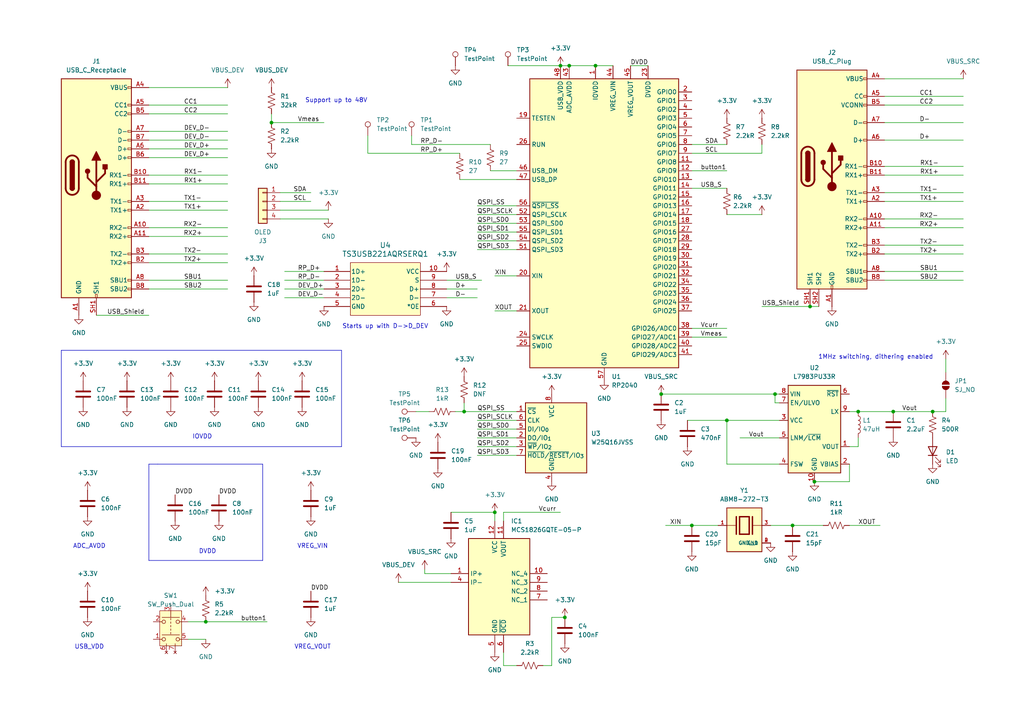
<source format=kicad_sch>
(kicad_sch (version 20250114) (generator "eeschema") (generator_version "9.0")
  (paper "A4")
  (text "USB_VDD\n" (at 25.908 187.706 0) (effects (font (size 1.27 1.27))))
  (text "Starts up with D->D_DEV" (at 111.76 94.742 0) (effects (font (size 1.27 1.27))))
  (text "ADC_AVDD\n" (at 25.908 158.496 0) (effects (font (size 1.27 1.27))))
  (text "1MHz switching, dithering enabled" (at 254 103.632 0) (effects (font (size 1.27 1.27))))
  (text "VREG_VOUT\n" (at 90.678 187.706 0) (effects (font (size 1.27 1.27))))
  (text "VREG_VIN\n" (at 90.678 158.496 0) (effects (font (size 1.27 1.27))))
  (text "Support up to 48V" (at 97.536 29.21 0) (effects (font (size 1.27 1.27))))
  (text "DVDD\n" (at 60.198 160.02 0) (effects (font (size 1.27 1.27))))
  (text "IOVDD" (at 58.674 126.746 0) (effects (font (size 1.27 1.27))))
  (junction (at 143.51 148.59))
  (junction (at 134.62 119.38))
  (junction (at 234.95 88.9))
  (junction (at 172.72 19.05))
  (junction (at 200.66 152.4))
  (junction (at 229.87 152.4))
  (junction (at 248.92 119.38))
  (junction (at 191.77 114.3))
  (junction (at 78.74 35.56))
  (junction (at 165.1 19.05))
  (junction (at 259.08 119.38))
  (junction (at 210.82 121.92))
  (junction (at 270.51 119.38))
  (junction (at 59.69 180.34))
  (junction (at 224.79 114.3))
  (junction (at 236.22 139.7))
  (junction (at 162.56 19.05))
  (junction (at 163.83 179.07))
  (wire (pts (xy 256.54 40.64) (xy 279.4 40.64)))
  (wire (pts (xy 106.68 39.37) (xy 106.68 44.45)))
  (wire (pts (xy 82.55 81.28) (xy 93.98 81.28)))
  (wire (pts (xy 138.43 127) (xy 149.86 127)))
  (wire (pts (xy 43.18 66.04) (xy 66.04 66.04)))
  (wire (pts (xy 134.62 119.38) (xy 149.86 119.38)))
  (wire (pts (xy 129.54 83.82) (xy 138.43 83.82)))
  (wire (pts (xy 81.28 58.42) (xy 90.17 58.42)))
  (wire (pts (xy 138.43 72.39) (xy 149.86 72.39)))
  (polyline (pts (xy 43.18 134.62) (xy 45.72 134.62)))
  (wire (pts (xy 43.18 38.1) (xy 66.04 38.1)))
  (wire (pts (xy 43.18 25.4) (xy 66.04 25.4)))
  (wire (pts (xy 138.43 62.23) (xy 149.86 62.23)))
  (wire (pts (xy 119.38 39.37) (xy 119.38 41.91)))
  (wire (pts (xy 160.02 179.07) (xy 160.02 193.04)))
  (wire (pts (xy 246.38 134.62) (xy 246.38 139.7)))
  (wire (pts (xy 138.43 129.54) (xy 149.86 129.54)))
  (polyline (pts (xy 17.78 101.6) (xy 17.78 129.54)))
  (polyline (pts (xy 45.72 134.62) (xy 76.2 134.62)))
  (wire (pts (xy 191.77 114.3) (xy 224.79 114.3)))
  (wire (pts (xy 138.43 69.85) (xy 149.86 69.85)))
  (wire (pts (xy 200.66 54.61) (xy 210.82 54.61)))
  (wire (pts (xy 43.18 45.72) (xy 66.04 45.72)))
  (wire (pts (xy 256.54 35.56) (xy 279.4 35.56)))
  (wire (pts (xy 43.18 43.18) (xy 66.04 43.18)))
  (wire (pts (xy 115.57 168.91) (xy 130.81 168.91)))
  (wire (pts (xy 200.66 97.79) (xy 210.82 97.79)))
  (wire (pts (xy 182.88 19.05) (xy 187.96 19.05)))
  (wire (pts (xy 43.18 76.2) (xy 66.04 76.2)))
  (wire (pts (xy 129.54 81.28) (xy 139.7 81.28)))
  (wire (pts (xy 256.54 48.26) (xy 279.4 48.26)))
  (polyline (pts (xy 76.2 134.62) (xy 76.2 162.56)))
  (wire (pts (xy 200.66 44.45) (xy 220.98 44.45)))
  (wire (pts (xy 256.54 73.66) (xy 279.4 73.66)))
  (wire (pts (xy 165.1 19.05) (xy 172.72 19.05)))
  (wire (pts (xy 59.69 180.34) (xy 77.47 180.34)))
  (wire (pts (xy 274.32 119.38) (xy 270.51 119.38)))
  (wire (pts (xy 78.74 33.02) (xy 78.74 35.56)))
  (wire (pts (xy 142.24 49.53) (xy 149.86 49.53)))
  (wire (pts (xy 120.65 119.38) (xy 124.46 119.38)))
  (wire (pts (xy 43.18 60.96) (xy 66.04 60.96)))
  (wire (pts (xy 160.02 179.07) (xy 163.83 179.07)))
  (wire (pts (xy 81.28 63.5) (xy 95.25 63.5)))
  (wire (pts (xy 82.55 78.74) (xy 93.98 78.74)))
  (wire (pts (xy 106.68 44.45) (xy 133.35 44.45)))
  (wire (pts (xy 132.08 119.38) (xy 134.62 119.38)))
  (wire (pts (xy 199.39 121.92) (xy 210.82 121.92)))
  (wire (pts (xy 138.43 64.77) (xy 149.86 64.77)))
  (wire (pts (xy 172.72 19.05) (xy 177.8 19.05)))
  (wire (pts (xy 143.51 90.17) (xy 149.86 90.17)))
  (wire (pts (xy 248.92 119.38) (xy 259.08 119.38)))
  (wire (pts (xy 220.98 88.9) (xy 234.95 88.9)))
  (wire (pts (xy 234.95 88.9) (xy 237.49 88.9)))
  (wire (pts (xy 256.54 27.94) (xy 279.4 27.94)))
  (wire (pts (xy 220.98 44.45) (xy 220.98 41.91)))
  (polyline (pts (xy 76.2 162.56) (xy 43.18 162.56)))
  (wire (pts (xy 138.43 67.31) (xy 149.86 67.31)))
  (wire (pts (xy 146.05 148.59) (xy 162.56 148.59)))
  (wire (pts (xy 256.54 71.12) (xy 279.4 71.12)))
  (wire (pts (xy 43.18 40.64) (xy 66.04 40.64)))
  (polyline (pts (xy 43.18 162.56) (xy 43.18 134.62)))
  (wire (pts (xy 43.18 53.34) (xy 66.04 53.34)))
  (wire (pts (xy 43.18 50.8) (xy 66.04 50.8)))
  (wire (pts (xy 81.28 60.96) (xy 95.25 60.96)))
  (wire (pts (xy 82.55 86.36) (xy 93.98 86.36)))
  (wire (pts (xy 54.61 180.34) (xy 59.69 180.34)))
  (wire (pts (xy 138.43 59.69) (xy 149.86 59.69)))
  (wire (pts (xy 256.54 30.48) (xy 279.4 30.48)))
  (wire (pts (xy 43.18 73.66) (xy 66.04 73.66)))
  (wire (pts (xy 256.54 55.88) (xy 279.4 55.88)))
  (wire (pts (xy 146.05 151.13) (xy 146.05 148.59)))
  (wire (pts (xy 200.66 49.53) (xy 210.82 49.53)))
  (wire (pts (xy 43.18 68.58) (xy 66.04 68.58)))
  (wire (pts (xy 210.82 121.92) (xy 226.06 121.92)))
  (wire (pts (xy 256.54 81.28) (xy 279.4 81.28)))
  (wire (pts (xy 133.35 52.07) (xy 149.86 52.07)))
  (wire (pts (xy 43.18 30.48) (xy 66.04 30.48)))
  (wire (pts (xy 146.05 193.04) (xy 149.86 193.04)))
  (wire (pts (xy 226.06 116.84) (xy 224.79 116.84)))
  (wire (pts (xy 256.54 58.42) (xy 279.4 58.42)))
  (wire (pts (xy 226.06 134.62) (xy 210.82 134.62)))
  (wire (pts (xy 246.38 129.54) (xy 248.92 129.54)))
  (wire (pts (xy 138.43 121.92) (xy 149.86 121.92)))
  (wire (pts (xy 143.51 148.59) (xy 143.51 151.13)))
  (wire (pts (xy 43.18 33.02) (xy 66.04 33.02)))
  (wire (pts (xy 130.81 148.59) (xy 143.51 148.59)))
  (wire (pts (xy 138.43 124.46) (xy 149.86 124.46)))
  (wire (pts (xy 27.94 91.44) (xy 43.18 91.44)))
  (wire (pts (xy 274.32 104.14) (xy 274.32 107.95)))
  (wire (pts (xy 43.18 81.28) (xy 66.04 81.28)))
  (wire (pts (xy 270.51 119.38) (xy 259.08 119.38)))
  (wire (pts (xy 54.61 185.42) (xy 59.69 185.42)))
  (wire (pts (xy 248.92 129.54) (xy 248.92 127)))
  (wire (pts (xy 236.22 139.7) (xy 246.38 139.7)))
  (wire (pts (xy 274.32 115.57) (xy 274.32 119.38)))
  (wire (pts (xy 224.79 116.84) (xy 224.79 114.3)))
  (wire (pts (xy 82.55 83.82) (xy 93.98 83.82)))
  (wire (pts (xy 129.54 86.36) (xy 138.43 86.36)))
  (wire (pts (xy 81.28 55.88) (xy 90.17 55.88)))
  (wire (pts (xy 229.87 152.4) (xy 238.76 152.4)))
  (wire (pts (xy 223.52 152.4) (xy 229.87 152.4)))
  (wire (pts (xy 147.32 19.05) (xy 162.56 19.05)))
  (wire (pts (xy 43.18 83.82) (xy 66.04 83.82)))
  (polyline (pts (xy 17.78 101.6) (xy 99.06 101.6)))
  (wire (pts (xy 78.74 35.56) (xy 93.98 35.56)))
  (wire (pts (xy 123.19 165.1) (xy 123.19 166.37)))
  (wire (pts (xy 200.66 41.91) (xy 210.82 41.91)))
  (wire (pts (xy 200.66 95.25) (xy 210.82 95.25)))
  (wire (pts (xy 119.38 41.91) (xy 142.24 41.91)))
  (wire (pts (xy 146.05 189.23) (xy 146.05 193.04)))
  (wire (pts (xy 256.54 78.74) (xy 279.4 78.74)))
  (wire (pts (xy 256.54 63.5) (xy 279.4 63.5)))
  (wire (pts (xy 162.56 19.05) (xy 165.1 19.05)))
  (wire (pts (xy 256.54 22.86) (xy 279.4 22.86)))
  (wire (pts (xy 143.51 80.01) (xy 149.86 80.01)))
  (wire (pts (xy 224.79 114.3) (xy 226.06 114.3)))
  (wire (pts (xy 210.82 121.92) (xy 210.82 134.62)))
  (wire (pts (xy 193.04 152.4) (xy 200.66 152.4)))
  (wire (pts (xy 160.02 193.04) (xy 157.48 193.04)))
  (wire (pts (xy 200.66 152.4) (xy 208.28 152.4)))
  (wire (pts (xy 256.54 50.8) (xy 279.4 50.8)))
  (polyline (pts (xy 99.06 129.54) (xy 17.78 129.54)))
  (polyline (pts (xy 99.06 101.6) (xy 99.06 129.54)))
  (wire (pts (xy 246.38 152.4) (xy 255.27 152.4)))
  (wire (pts (xy 43.18 58.42) (xy 66.04 58.42)))
  (wire (pts (xy 246.38 119.38) (xy 248.92 119.38)))
  (wire (pts (xy 138.43 132.08) (xy 149.86 132.08)))
  (wire (pts (xy 134.62 116.84) (xy 134.62 119.38)))
  (wire (pts (xy 214.63 127) (xy 226.06 127)))
  (wire (pts (xy 210.82 62.23) (xy 220.98 62.23)))
  (wire (pts (xy 256.54 66.04) (xy 279.4 66.04)))
  (wire (pts (xy 123.19 166.37) (xy 130.81 166.37)))
  (label "SDA" (at 85.09 55.88 0))
  (label "TX2-" (at 53.3231 73.66 0))
  (label "TX1+" (at 53.34 60.96 0))
  (label "RP_D+" (at 121.92 44.45 0))
  (label "XOUT" (at 143.51 90.17 0))
  (label "RX2+" (at 266.7 66.04 0))
  (label "SBU2" (at 53.34 83.82 0))
  (label "SBU1" (at 53.34 81.28 0))
  (label "TX1-" (at 53.34 58.42 0))
  (label "SBU1" (at 266.8185 78.74 0))
  (label "DVDD" (at 182.88 19.05 0))
  (label "XIN" (at 143.51 80.01 0))
  (label "DVDD" (at 63.5 143.51 0))
  (label "QSPI_SD1" (at 138.43 127 0))
  (label "DVDD" (at 50.8 143.51 0))
  (label "D+" (at 132.08 83.82 0))
  (label "QSPI_SD0" (at 138.43 64.77 0))
  (label "DEV_D+" (at 53.34 45.72 0))
  (label "Vmeas" (at 203.2 97.79 0))
  (label "XIN" (at 194.31 152.4 0))
  (label "SCL" (at 85.09 58.42 0))
  (label "QSPI_SD2" (at 138.43 129.54 0))
  (label "QSPI_SCLK" (at 138.43 62.23 0))
  (label "QSPI_SD2" (at 138.43 69.85 0))
  (label "CC2" (at 266.7 30.48 0))
  (label "Vmeas" (at 86.36 35.56 0))
  (label "Vcurr" (at 156.21 148.59 0))
  (label "Vout" (at 261.62 119.38 0))
  (label "TX1-" (at 266.8185 55.88 0))
  (label "TX2+" (at 53.3231 76.2 0))
  (label "RX2-" (at 266.7 63.5 0))
  (label "RX2-" (at 53.2215 66.04 0))
  (label "XOUT" (at 248.92 152.4 0))
  (label "QSPI_SD3" (at 138.43 132.08 0))
  (label "RX2+" (at 53.2215 68.58 0))
  (label "USB_Shield" (at 41.91 91.44 180))
  (label "button1" (at 69.85 180.34 0))
  (label "CC1" (at 53.34 30.48 0))
  (label "QSPI_SD1" (at 138.43 67.31 0))
  (label "DVDD" (at 90.17 171.45 0))
  (label "QSPI_SS" (at 138.43 59.69 0))
  (label "D-" (at 266.7 35.56 0))
  (label "D+" (at 266.7 40.64 0))
  (label "QSPI_SD0" (at 138.43 124.46 0))
  (label "QSPI_SCLK" (at 138.43 121.92 0))
  (label "DEV_D-" (at 86.36 86.36 0))
  (label "Vcurr" (at 203.2 95.25 0))
  (label "USB_Shield" (at 220.98 88.9 0))
  (label "button1" (at 203.2 49.53 0))
  (label "SBU2" (at 266.8185 81.28 0))
  (label "RX1-" (at 53.34 50.8 0))
  (label "RX1+" (at 53.34 53.34 0))
  (label "TX1+" (at 266.8185 58.42 0))
  (label "CC1" (at 266.7 27.94 0))
  (label "USB_S" (at 132.08 81.28 0))
  (label "USB_S" (at 203.2 54.61 0))
  (label "RX1-" (at 266.8185 48.26 0))
  (label "RX1+" (at 266.8185 50.8 0))
  (label "Vout" (at 217.17 127 0))
  (label "QSPI_SD3" (at 138.43 72.39 0))
  (label "TX2+" (at 266.8016 73.66 0))
  (label "D-" (at 132.08 86.36 0))
  (label "QSPI_SS" (at 138.43 119.38 0))
  (label "SDA" (at 204.47 41.91 0))
  (label "RP_D-" (at 121.92 41.91 0))
  (label "CC2" (at 53.34 33.02 0))
  (label "DEV_D-" (at 53.34 40.64 0))
  (label "DEV_D-" (at 53.34 38.1 0))
  (label "DEV_D+" (at 53.34 43.18 0))
  (label "DEV_D+" (at 86.36 83.82 0))
  (label "RP_D+" (at 86.36 78.74 0))
  (label "TX2-" (at 266.8016 71.12 0))
  (label "SCL" (at 204.47 44.45 0))
  (label "RP_D-" (at 86.36 81.28 0))
  (symbol (lib_id "Device:C") (at 87.63 114.3 0) (unit 1)
    (property "Reference" "C15" (at 91.44 113.0299 0) (effects (justify left)))
    (property "Value" "100nF" (at 91.44 115.5699 0) (effects (justify left)))
    (property "Footprint" "Capacitor_SMD:C_0603_1608Metric" (effects (hide yes)))
    (property "Description" "Unpolarized capacitor" (effects (hide yes)))
    (property "Manufacturer_Name" "YAGEO" (effects (hide yes)))
    (property "Manufacturer_Part_Number" "CC0603ZRY5V8BB104 " (effects (hide yes)))
    (property "Mouser Part Number" "603-C0603ZRY5V8BB104 " (effects (hide yes)))
  )
  (symbol (lib_id "power:+3.3V") (at 134.62 109.22 0) (unit 1)
    (property "Reference" "#PWR064" (effects (hide yes)))
    (property "Value" "+3.3V" (at 134.62 104.14 0))
    (property "Description" "Power symbol creates a global label with name \"+3.3V\"" (effects (hide yes)))
  )
  (symbol (lib_id "power:GND") (at 78.74 43.18 0) (unit 1)
    (property "Reference" "#PWR019" (effects (hide yes)))
    (property "Value" "GND" (at 78.74 48.26 0))
    (property "Description" "Power symbol creates a global label with name \"GND\" , ground" (effects (hide yes)))
  )
  (symbol (lib_id "power:VBUS") (at 78.74 25.4 0) (unit 1)
    (property "Reference" "#PWR020" (effects (hide yes)))
    (property "Value" "VBUS_DEV" (at 78.74 20.32 0))
    (property "Description" "Power symbol creates a global label with name \"VBUS\"" (effects (hide yes)))
  )
  (symbol (lib_id "Device:C") (at 36.83 114.3 0) (unit 1)
    (property "Reference" "C13" (at 40.64 113.0299 0) (effects (justify left)))
    (property "Value" "100nF" (at 40.64 115.5699 0) (effects (justify left)))
    (property "Footprint" "Capacitor_SMD:C_0603_1608Metric" (effects (hide yes)))
    (property "Description" "Unpolarized capacitor" (effects (hide yes)))
    (property "Manufacturer_Name" "YAGEO" (effects (hide yes)))
    (property "Manufacturer_Part_Number" "CC0603ZRY5V8BB104 " (effects (hide yes)))
    (property "Mouser Part Number" "603-C0603ZRY5V8BB104 " (effects (hide yes)))
  )
  (symbol (lib_id "Device:C") (at 49.53 114.3 0) (unit 1)
    (property "Reference" "C12" (at 53.34 113.0299 0) (effects (justify left)))
    (property "Value" "100nF" (at 53.34 115.5699 0) (effects (justify left)))
    (property "Footprint" "Capacitor_SMD:C_0603_1608Metric" (effects (hide yes)))
    (property "Description" "Unpolarized capacitor" (effects (hide yes)))
    (property "Manufacturer_Name" "YAGEO" (effects (hide yes)))
    (property "Manufacturer_Part_Number" "CC0603ZRY5V8BB104 " (effects (hide yes)))
    (property "Mouser Part Number" "603-C0603ZRY5V8BB104 " (effects (hide yes)))
  )
  (symbol (lib_id "power:GND") (at 175.26 110.49 0) (unit 1)
    (property "Reference" "#PWR022" (effects (hide yes)))
    (property "Value" "GND" (at 175.26 115.57 0))
    (property "Description" "Power symbol creates a global label with name \"GND\" , ground" (effects (hide yes)))
  )
  (symbol (lib_id "Device:C") (at 259.08 123.19 0) (unit 1)
    (property "Reference" "C1" (at 262.89 121.9199 0) (effects (justify left)))
    (property "Value" "2.2uF" (at 262.89 124.4599 0) (effects (justify left)))
    (property "Footprint" "Capacitor_SMD:C_0603_1608Metric" (effects (hide yes)))
    (property "Description" "Unpolarized capacitor" (effects (hide yes)))
    (property "Manufacturer_Name" "Kyocera AVX" (effects (hide yes)))
    (property "Manufacturer_Part_Number" "KGM15BR50J225KT " (effects (hide yes)))
    (property "Mouser Part Number" "581-KGM15BR50J225KT" (effects (hide yes)))
  )
  (symbol (lib_id "power:GND") (at 25.4 149.86 0) (unit 1)
    (property "Reference" "#PWR028" (effects (hide yes)))
    (property "Value" "GND" (at 25.4 154.94 0))
    (property "Description" "Power symbol creates a global label with name \"GND\" , ground" (effects (hide yes)))
  )
  (symbol (lib_id "power:GND") (at 241.3 88.9 0) (unit 1)
    (property "Reference" "#PWR04" (effects (hide yes)))
    (property "Value" "GND" (at 241.3 93.98 0))
    (property "Description" "Power symbol creates a global label with name \"GND\" , ground" (effects (hide yes)))
  )
  (symbol (lib_id "Device:R_US") (at 220.98 38.1 0) (unit 1)
    (property "Reference" "R8" (at 223.52 36.8299 0) (effects (justify left)))
    (property "Value" "2.2kR" (at 223.52 39.3699 0) (effects (justify left)))
    (property "Footprint" "Capacitor_SMD:C_0603_1608Metric" (effects (hide yes)))
    (property "Description" "Resistor, US symbol" (effects (hide yes)))
    (property "Manufacturer_Name" "YAGEO" (effects (hide yes)))
    (property "Manufacturer_Part_Number" "RC0603FR-072K2L" (effects (hide yes)))
  )
  (symbol (lib_id "power:GND") (at 229.87 160.02 0) (unit 1)
    (property "Reference" "#PWR058" (effects (hide yes)))
    (property "Value" "GND" (at 229.87 165.1 0))
    (property "Description" "Power symbol creates a global label with name \"GND\" , ground" (effects (hide yes)))
  )
  (symbol (lib_id "Device:C") (at 90.17 175.26 0) (unit 1)
    (property "Reference" "C17" (at 93.98 173.9899 0) (effects (justify left)))
    (property "Value" "1uF" (at 93.98 176.5299 0) (effects (justify left)))
    (property "Footprint" "Capacitor_SMD:C_0603_1608Metric" (effects (hide yes)))
    (property "Description" "Unpolarized capacitor" (effects (hide yes)))
    (property "Manufacturer_Name" "YAGEO" (effects (hide yes)))
    (property "Manufacturer_Part_Number" "CC0603KRX5R8BB105 " (effects (hide yes)))
    (property "Mouser Part Number" "603-CC603KRX5R8BB105 " (effects (hide yes)))
  )
  (symbol (lib_id "power:GND") (at 132.08 19.05 0) (unit 1)
    (property "Reference" "#PWR059" (effects (hide yes)))
    (property "Value" "GND" (at 132.08 24.13 0))
    (property "Description" "Power symbol creates a global label with name \"GND\" , ground" (effects (hide yes)))
  )
  (symbol (lib_id "Connector_Generic:Conn_01x04") (at 76.2 58.42 0) (mirror y) (unit 1) (in_bom no)
    (property "Reference" "J3" (at 76.2 69.85 0))
    (property "Value" "OLED" (at 76.2 67.31 0))
    (property "Footprint" "Connector_PinHeader_2.54mm:PinHeader_1x04_P2.54mm_Vertical" (effects (hide yes)))
    (property "Description" "Generic connector, single row, 01x04, script generated (kicad-library-utils/schlib/autogen/connector/)" (effects (hide yes)))
  )
  (symbol (lib_id "power:GND") (at 90.17 179.07 0) (unit 1)
    (property "Reference" "#PWR050" (effects (hide yes)))
    (property "Value" "GND" (at 90.17 184.15 0))
    (property "Description" "Power symbol creates a global label with name \"GND\" , ground" (effects (hide yes)))
  )
  (symbol (lib_id "power:GND") (at 120.65 127 0) (unit 1)
    (property "Reference" "#PWR065" (effects (hide yes)))
    (property "Value" "GND" (at 120.65 132.08 0))
    (property "Description" "Power symbol creates a global label with name \"GND\" , ground" (effects (hide yes)))
  )
  (symbol (lib_id "Connector:TestPoint") (at 120.65 127 90) (unit 1) (in_bom no)
    (property "Reference" "TP6" (at 117.348 121.92 90))
    (property "Value" "TestPoint" (at 117.348 124.46 90))
    (property "Footprint" "TestPoint:TestPoint_Pad_1.0x1.0mm" (effects (hide yes)))
    (property "Description" "test point" (effects (hide yes)))
  )
  (symbol (lib_id "power:+3.3V") (at 90.17 142.24 0) (unit 1)
    (property "Reference" "#PWR033" (effects (hide yes)))
    (property "Value" "+3.3V" (at 90.17 137.16 0))
    (property "Description" "Power symbol creates a global label with name \"+3.3V\"" (effects (hide yes)))
  )
  (symbol (lib_id "Connector:TestPoint") (at 132.08 19.05 0) (unit 1) (in_bom no)
    (property "Reference" "TP4" (at 134.62 14.4779 0) (effects (justify left)))
    (property "Value" "TestPoint" (at 134.62 17.0179 0) (effects (justify left)))
    (property "Footprint" "TestPoint:TestPoint_Pad_D2.0mm" (effects (hide yes)))
    (property "Description" "test point" (effects (hide yes)))
  )
  (symbol (lib_id "power:+3.3V") (at 59.69 172.72 0) (unit 1)
    (property "Reference" "#PWR052" (effects (hide yes)))
    (property "Value" "+3.3V" (at 62.23 171.4499 0) (effects (justify left)))
    (property "Description" "Power symbol creates a global label with name \"+3.3V\"" (effects (hide yes)))
  )
  (symbol (lib_id "Device:C") (at 191.77 118.11 0) (unit 1)
    (property "Reference" "C2" (at 195.58 116.8399 0) (effects (justify left)))
    (property "Value" "1uF" (at 195.58 119.3799 0) (effects (justify left)))
    (property "Footprint" "Capacitor_SMD:C_0603_1608Metric" (effects (hide yes)))
    (property "Description" "Unpolarized capacitor" (effects (hide yes)))
    (property "Manufacturer_Name" "TDK" (effects (hide yes)))
    (property "Manufacturer_Part_Number" "C1608X7R2A105K080AC " (effects (hide yes)))
    (property "Mouser Part Number" "810-C1608X7R2A105K08 " (effects (hide yes)))
  )
  (symbol (lib_id "Device:C") (at 200.66 156.21 0) (unit 1)
    (property "Reference" "C20" (at 204.47 154.9399 0) (effects (justify left)))
    (property "Value" "15pF" (at 204.47 157.4799 0) (effects (justify left)))
    (property "Description" "Unpolarized capacitor" (effects (hide yes)))
  )
  (symbol (lib_id "power:GND") (at 24.13 118.11 0) (unit 1)
    (property "Reference" "#PWR030" (effects (hide yes)))
    (property "Value" "GND" (at 24.13 123.19 0))
    (property "Description" "Power symbol creates a global label with name \"GND\" , ground" (effects (hide yes)))
  )
  (symbol (lib_id "power:GND") (at 160.02 139.7 0) (unit 1)
    (property "Reference" "#PWR026" (effects (hide yes)))
    (property "Value" "GND" (at 160.02 144.78 0))
    (property "Description" "Power symbol creates a global label with name \"GND\" , ground" (effects (hide yes)))
  )
  (symbol (lib_id "power:GND") (at 36.83 118.11 0) (unit 1)
    (property "Reference" "#PWR042" (effects (hide yes)))
    (property "Value" "GND" (at 36.83 123.19 0))
    (property "Description" "Power symbol creates a global label with name \"GND\" , ground" (effects (hide yes)))
  )
  (symbol (lib_id "MCU_RaspberryPi:RP2040") (at 175.26 64.77 0) (unit 1)
    (property "Reference" "U1" (at 177.4033 109.22 0) (effects (justify left)))
    (property "Value" "RP2040" (at 177.4033 111.76 0) (effects (justify left)))
    (property "Footprint" "Package_DFN_QFN:QFN-56-1EP_7x7mm_P0.4mm_EP3.2x3.2mm" (effects (hide yes)))
    (property "Datasheet" "https://datasheets.raspberrypi.com/rp2040/rp2040-datasheet.pdf" (effects (hide yes)))
    (property "Description" "A microcontroller by Raspberry Pi, Dual ARM Cortex-M0+, 133MHz, no flash, 264KB SRAM, 8 PIO state machines, VQFN-56" (effects (hide yes)))
    (property private "KLC_S4.2_DVDD" "Not a standalone power converter; internal on-chip voltage regulator for digital core supply; DVDD is the digital core power supply, should be placed next to voltage regulator output." (effects (hide yes)))
    (property private "KLC_S4.2_VREG_VOUT" "Should be placed next to DVDD." (effects (hide yes)))
    (property "Manufacturer_Name" "Raspberry Pi" (effects (hide yes)))
    (property "Manufacturer_Part_Number" "RP2040" (effects (hide yes)))
  )
  (symbol (lib_id "Device:C") (at 229.87 156.21 0) (unit 1)
    (property "Reference" "C21" (at 233.68 154.9399 0) (effects (justify left)))
    (property "Value" "15pF" (at 233.68 157.4799 0) (effects (justify left)))
    (property "Description" "Unpolarized capacitor" (effects (hide yes)))
  )
  (symbol (lib_id "power:+3.3V") (at 163.83 179.07 0) (unit 1)
    (property "Reference" "#PWR017" (effects (hide yes)))
    (property "Value" "+3.3V" (at 163.83 173.99 0))
    (property "Description" "Power symbol creates a global label with name \"+3.3V\"" (effects (hide yes)))
  )
  (symbol (lib_id "Device:C") (at 62.23 114.3 0) (unit 1)
    (property "Reference" "C11" (at 66.04 113.0299 0) (effects (justify left)))
    (property "Value" "100nF" (at 66.04 115.5699 0) (effects (justify left)))
    (property "Footprint" "Capacitor_SMD:C_0603_1608Metric" (effects (hide yes)))
    (property "Description" "Unpolarized capacitor" (effects (hide yes)))
    (property "Manufacturer_Name" "YAGEO" (effects (hide yes)))
    (property "Manufacturer_Part_Number" "CC0603ZRY5V8BB104 " (effects (hide yes)))
    (property "Mouser Part Number" "603-C0603ZRY5V8BB104 " (effects (hide yes)))
  )
  (symbol (lib_id "Switch:SW_Push_Dual") (at 49.53 182.88 0) (unit 1)
    (property "Reference" "SW1" (at 49.53 172.72 0))
    (property "Value" "SW_Push_Dual" (at 49.53 175.26 0))
    (property "Footprint" "KMS231GPLFS:SMT_231GPLFS" (effects (hide yes)))
    (property "Description" "Push button switch, generic, symbol, four pins" (effects (hide yes)))
    (property "Manufacturer_Name" "C&K" (effects (hide yes)))
    (property "Manufacturer_Part_Number" "KMS231GP LFS" (effects (hide yes)))
  )
  (symbol (lib_id "power:GND") (at 73.66 87.63 0) (unit 1)
    (property "Reference" "#PWR056" (effects (hide yes)))
    (property "Value" "GND" (at 73.66 92.71 0))
    (property "Description" "Power symbol creates a global label with name \"GND\" , ground" (effects (hide yes)))
  )
  (symbol (lib_id "power:GND") (at 270.51 134.62 0) (unit 1)
    (property "Reference" "#PWR051" (effects (hide yes)))
    (property "Value" "GND" (at 270.51 139.7 0))
    (property "Description" "Power symbol creates a global label with name \"GND\" , ground" (effects (hide yes)))
  )
  (symbol (lib_id "power:GND") (at 22.86 91.44 0) (unit 1)
    (property "Reference" "#PWR01" (effects (hide yes)))
    (property "Value" "GND" (at 22.86 96.52 0))
    (property "Description" "Power symbol creates a global label with name \"GND\" , ground" (effects (hide yes)))
  )
  (symbol (lib_id "Connector:TestPoint") (at 119.38 39.37 0) (unit 1) (in_bom no)
    (property "Reference" "TP1" (at 121.92 34.7979 0) (effects (justify left)))
    (property "Value" "TestPoint" (at 121.92 37.3379 0) (effects (justify left)))
    (property "Footprint" "TestPoint:TestPoint_Pad_D2.0mm" (effects (hide yes)))
    (property "Description" "test point" (effects (hide yes)))
  )
  (symbol (lib_id "power:+3.3V") (at 73.66 80.01 0) (unit 1)
    (property "Reference" "#PWR057" (effects (hide yes)))
    (property "Value" "+3.3V" (at 73.66 74.93 0))
    (property "Description" "Power symbol creates a global label with name \"+3.3V\"" (effects (hide yes)))
  )
  (symbol (lib_id "Device:R_US") (at 78.74 39.37 0) (unit 1)
    (property "Reference" "R2" (at 81.28 38.0999 0) (effects (justify left)))
    (property "Value" "2.2kR" (at 81.28 40.6399 0) (effects (justify left)))
    (property "Footprint" "Capacitor_SMD:C_0603_1608Metric" (effects (hide yes)))
    (property "Description" "Resistor, US symbol" (effects (hide yes)))
    (property "Manufacturer_Name" "YAGEO" (effects (hide yes)))
    (property "Manufacturer_Part_Number" "RC0603FR-072K2L" (effects (hide yes)))
  )
  (symbol (lib_id "Device:C") (at 73.66 83.82 0) (unit 1)
    (property "Reference" "C18" (at 77.47 82.5499 0) (effects (justify left)))
    (property "Value" "1uF" (at 77.47 85.0899 0) (effects (justify left)))
    (property "Footprint" "Capacitor_SMD:C_0603_1608Metric" (effects (hide yes)))
    (property "Description" "Unpolarized capacitor" (effects (hide yes)))
    (property "Manufacturer_Name" "YAGEO" (effects (hide yes)))
    (property "Manufacturer_Part_Number" "CC0603KRX5R8BB105 " (effects (hide yes)))
    (property "Mouser Part Number" "603-CC603KRX5R8BB105 " (effects (hide yes)))
  )
  (symbol (lib_id "Device:C") (at 74.93 114.3 0) (unit 1)
    (property "Reference" "C14" (at 78.74 113.0299 0) (effects (justify left)))
    (property "Value" "100nF" (at 78.74 115.5699 0) (effects (justify left)))
    (property "Footprint" "Capacitor_SMD:C_0603_1608Metric" (effects (hide yes)))
    (property "Description" "Unpolarized capacitor" (effects (hide yes)))
    (property "Manufacturer_Name" "YAGEO" (effects (hide yes)))
    (property "Manufacturer_Part_Number" "CC0603ZRY5V8BB104 " (effects (hide yes)))
    (property "Mouser Part Number" "603-C0603ZRY5V8BB104 " (effects (hide yes)))
  )
  (symbol (lib_id "Device:R_US") (at 142.24 45.72 180) (unit 1)
    (property "Reference" "R9" (at 144.78 44.4499 0) (effects (justify right)))
    (property "Value" "27" (at 144.78 46.9899 0) (effects (justify right)))
    (property "Description" "Resistor, US symbol" (effects (hide yes)))
  )
  (symbol (lib_id "power:VBUS") (at 191.77 114.3 0) (unit 1)
    (property "Reference" "#PWR013" (effects (hide yes)))
    (property "Value" "VBUS_SRC" (at 191.77 109.22 0))
    (property "Description" "Power symbol creates a global label with name \"VBUS\"" (effects (hide yes)))
  )
  (symbol (lib_id "power:GND") (at 259.08 127 0) (unit 1)
    (property "Reference" "#PWR07" (effects (hide yes)))
    (property "Value" "GND" (at 259.08 132.08 0))
    (property "Description" "Power symbol creates a global label with name \"GND\" , ground" (effects (hide yes)))
  )
  (symbol (lib_id "power:+3.3V") (at 25.4 171.45 0) (unit 1)
    (property "Reference" "#PWR035" (effects (hide yes)))
    (property "Value" "+3.3V" (at 25.4 166.37 0))
    (property "Description" "Power symbol creates a global label with name \"+3.3V\"" (effects (hide yes)))
  )
  (symbol (lib_id "power:+3.3V") (at 25.4 142.24 0) (unit 1)
    (property "Reference" "#PWR027" (effects (hide yes)))
    (property "Value" "+3.3V" (at 25.4 137.16 0))
    (property "Description" "Power symbol creates a global label with name \"+3.3V\"" (effects (hide yes)))
  )
  (symbol (lib_id "Regulator_Switching:L7983PU33R") (at 236.22 124.46 0) (unit 1)
    (property "Reference" "U2" (at 236.22 106.68 0))
    (property "Value" "L7983PU33R" (at 236.22 109.22 0))
    (property "Footprint" "Package_DFN_QFN:ST_DFN-10-1EP_3x3mm_P0.5mm_EP0.62x0.98mm" (effects (hide yes)))
    (property "Datasheet" "https://www.st.com/resource/en/datasheet/l7983.pdf" (effects (hide yes)))
    (property "Description" "3.5-60V input, 3.3V fixed output, 300 mA synchronous step-down switching regulator with 10 μA quiescent current, DFN-10" (effects (hide yes)))
    (property "Manufacturer_Name" "STMicroelectronics" (effects (hide yes)))
    (property "Manufacturer_Part_Number" "L7983PU33R" (effects (hide yes)))
    (property "Mouser Part Number" "511-L7983PU33R " (effects (hide yes)))
  )
  (symbol (lib_id "power:+3.3V") (at 160.02 114.3 0) (unit 1)
    (property "Reference" "#PWR049" (effects (hide yes)))
    (property "Value" "+3.3V" (at 160.02 109.22 0))
    (property "Description" "Power symbol creates a global label with name \"+3.3V\"" (effects (hide yes)))
  )
  (symbol (lib_id "Connector:USB_C_Receptacle") (at 27.94 50.8 0) (unit 1)
    (property "Reference" "J1" (at 27.94 17.78 0))
    (property "Value" "USB_C_Receptacle" (at 27.94 20.32 0))
    (property "Footprint" "USB4056-03-A:CONN24_4056-03-A_GCT" (effects (hide yes)))
    (property "Datasheet" "https://www.usb.org/sites/default/files/documents/usb_type-c.zip" (effects (hide yes)))
    (property "Description" "USB Full-Featured Type-C Receptacle connector" (effects (hide yes)))
    (property "Manufacturer_Name" "GCT" (effects (hide yes)))
    (property "Manufacturer_Part_Number" "USB4056-03-A" (effects (hide yes)))
    (property "Mouser Part Number" "640-USB4056-03-A" (effects (hide yes)))
  )
  (symbol (lib_id "power:GND") (at 199.39 129.54 0) (unit 1)
    (property "Reference" "#PWR024" (effects (hide yes)))
    (property "Value" "GND" (at 199.39 134.62 0))
    (property "Description" "Power symbol creates a global label with name \"GND\" , ground" (effects (hide yes)))
  )
  (symbol (lib_id "power:+3.3V") (at 220.98 34.29 0) (unit 1)
    (property "Reference" "#PWR062" (effects (hide yes)))
    (property "Value" "+3.3V" (at 220.98 29.21 0))
    (property "Description" "Power symbol creates a global label with name \"+3.3V\"" (effects (hide yes)))
  )
  (symbol (lib_id "Device:R_US") (at 78.74 29.21 0) (unit 1)
    (property "Reference" "R1" (at 81.28 27.9399 0) (effects (justify left)))
    (property "Value" "32kR" (at 81.28 30.4799 0) (effects (justify left)))
    (property "Footprint" "Capacitor_SMD:C_0603_1608Metric" (effects (hide yes)))
    (property "Description" "Resistor, US symbol" (effects (hide yes)))
    (property "Manufacturer_Name" "YAGEO" (effects (hide yes)))
    (property "Manufacturer_Part_Number" "RC0603FR-0732K4L" (effects (hide yes)))
  )
  (symbol (lib_id "power:VBUS") (at 66.04 25.4 0) (unit 1)
    (property "Reference" "#PWR05" (effects (hide yes)))
    (property "Value" "VBUS_DEV" (at 66.04 20.32 0))
    (property "Description" "Power symbol creates a global label with name \"VBUS\"" (effects (hide yes)))
  )
  (symbol (lib_id "power:GND") (at 200.66 160.02 0) (unit 1)
    (property "Reference" "#PWR063" (effects (hide yes)))
    (property "Value" "GND" (at 200.66 165.1 0))
    (property "Description" "Power symbol creates a global label with name \"GND\" , ground" (effects (hide yes)))
  )
  (symbol (lib_id "power:+3.3V") (at 220.98 62.23 0) (unit 1)
    (property "Reference" "#PWR060" (effects (hide yes)))
    (property "Value" "+3.3V" (at 220.98 57.15 0))
    (property "Description" "Power symbol creates a global label with name \"+3.3V\"" (effects (hide yes)))
  )
  (symbol (lib_id "power:+3.3V") (at 95.25 60.96 0) (unit 1)
    (property "Reference" "#PWR010" (effects (hide yes)))
    (property "Value" "+3.3V" (at 95.25 55.88 0))
    (property "Description" "Power symbol creates a global label with name \"+3.3V\"" (effects (hide yes)))
  )
  (symbol (lib_id "power:GND") (at 127 135.89 0) (unit 1)
    (property "Reference" "#PWR031" (effects (hide yes)))
    (property "Value" "GND" (at 127 140.97 0))
    (property "Description" "Power symbol creates a global label with name \"GND\" , ground" (effects (hide yes)))
  )
  (symbol (lib_id "Jumper:SolderJumper_2_Open") (at 274.32 111.76 90) (unit 1) (in_bom no)
    (property "Reference" "JP1" (at 276.86 110.4899 90) (effects (justify right)))
    (property "Value" "SJ_NO" (at 276.86 113.0299 90) (effects (justify right)))
    (property "Footprint" "Jumper:SolderJumper-2_P1.3mm_Open_RoundedPad1.0x1.5mm" (effects (hide yes)))
    (property "Description" "Solder Jumper, 2-pole, open" (effects (hide yes)))
  )
  (symbol (lib_id "Connector:TestPoint") (at 120.65 119.38 90) (unit 1) (in_bom no)
    (property "Reference" "TP5" (at 117.348 114.3 90))
    (property "Value" "TestPoint" (at 117.348 116.84 90))
    (property "Footprint" "TestPoint:TestPoint_Pad_1.0x1.0mm" (effects (hide yes)))
    (property "Description" "test point" (effects (hide yes)))
  )
  (symbol (lib_id "Device:R_US") (at 153.67 193.04 270) (unit 1)
    (property "Reference" "R3" (at 153.67 186.69 90))
    (property "Value" "2.2kR" (at 153.67 189.23 90))
    (property "Footprint" "Capacitor_SMD:C_0603_1608Metric" (effects (hide yes)))
    (property "Description" "Resistor, US symbol" (effects (hide yes)))
    (property "Manufacturer_Name" "YAGEO" (effects (hide yes)))
    (property "Manufacturer_Part_Number" "RC0603FR-072K2L" (effects (hide yes)))
  )
  (symbol (lib_id "Device:R_US") (at 210.82 38.1 0) (unit 1)
    (property "Reference" "R7" (at 213.36 36.8299 0) (effects (justify left)))
    (property "Value" "2.2kR" (at 213.36 39.3699 0) (effects (justify left)))
    (property "Footprint" "Capacitor_SMD:C_0603_1608Metric" (effects (hide yes)))
    (property "Description" "Resistor, US symbol" (effects (hide yes)))
    (property "Manufacturer_Name" "YAGEO" (effects (hide yes)))
    (property "Manufacturer_Part_Number" "RC0603FR-072K2L" (effects (hide yes)))
  )
  (symbol (lib_id "Device:L") (at 248.92 123.19 0) (unit 1)
    (property "Reference" "L1" (at 250.19 121.9199 0) (effects (justify left)))
    (property "Value" "47uH" (at 250.19 124.4599 0) (effects (justify left)))
    (property "Footprint" "Inductor_SMD:L_0805_2012Metric" (effects (hide yes)))
    (property "Description" "Inductor" (effects (hide yes)))
    (property "Manufacturer_Name" "TDK" (effects (hide yes)))
    (property "Manufacturer_Part_Number" "MLZ2012M470WT000 " (effects (hide yes)))
    (property "Mouser Part Number" "810-MLZ2012M470WT000 " (effects (hide yes)))
  )
  (symbol (lib_id "TS3USB221A-Q1:TS3USB221AQRSERQ1") (at 93.98 78.74 0) (unit 1)
    (property "Reference" "U4" (at 111.76 71.12 0) (effects (font (size 1.524 1.524))))
    (property "Value" "TS3USB221AQRSERQ1" (at 111.76 73.66 0) (effects (font (size 1.524 1.524))))
    (property "Footprint" "RSE10" (effects (hide yes)))
    (property "Datasheet" "https://www.ti.com/lit/gpn/ts3usb221a-q1" (effects (hide yes)))
  )
  (symbol (lib_id "power:+3.3V") (at 74.93 110.49 0) (unit 1)
    (property "Reference" "#PWR043" (effects (hide yes)))
    (property "Value" "+3.3V" (at 74.93 105.41 0))
    (property "Description" "Power symbol creates a global label with name \"+3.3V\"" (effects (hide yes)))
  )
  (symbol (lib_id "power:GND") (at 62.23 118.11 0) (unit 1)
    (property "Reference" "#PWR038" (effects (hide yes)))
    (property "Value" "GND" (at 62.23 123.19 0))
    (property "Description" "Power symbol creates a global label with name \"GND\" , ground" (effects (hide yes)))
  )
  (symbol (lib_id "power:+3.3V") (at 162.56 19.05 0) (unit 1)
    (property "Reference" "#PWR014" (effects (hide yes)))
    (property "Value" "+3.3V" (at 162.56 13.97 0))
    (property "Description" "Power symbol creates a global label with name \"+3.3V\"" (effects (hide yes)))
  )
  (symbol (lib_id "Device:C") (at 25.4 175.26 0) (unit 1)
    (property "Reference" "C10" (at 29.21 173.9899 0) (effects (justify left)))
    (property "Value" "100nF" (at 29.21 176.5299 0) (effects (justify left)))
    (property "Footprint" "Capacitor_SMD:C_0603_1608Metric" (effects (hide yes)))
    (property "Description" "Unpolarized capacitor" (effects (hide yes)))
    (property "Manufacturer_Name" "YAGEO" (effects (hide yes)))
    (property "Manufacturer_Part_Number" "CC0603ZRY5V8BB104 " (effects (hide yes)))
    (property "Mouser Part Number" "603-C0603ZRY5V8BB104 " (effects (hide yes)))
  )
  (symbol (lib_id "power:GND") (at 87.63 118.11 0) (unit 1)
    (property "Reference" "#PWR046" (effects (hide yes)))
    (property "Value" "GND" (at 87.63 123.19 0))
    (property "Description" "Power symbol creates a global label with name \"GND\" , ground" (effects (hide yes)))
  )
  (symbol (lib_id "power:+3.3V") (at 274.32 104.14 0) (unit 1)
    (property "Reference" "#PWR015" (effects (hide yes)))
    (property "Value" "+3.3V" (at 274.32 99.06 0))
    (property "Description" "Power symbol creates a global label with name \"+3.3V\"" (effects (hide yes)))
  )
  (symbol (lib_id "Device:R_US") (at 59.69 176.53 0) (unit 1)
    (property "Reference" "R5" (at 62.23 175.2599 0) (effects (justify left)))
    (property "Value" "2.2kR" (at 62.23 177.7999 0) (effects (justify left)))
    (property "Footprint" "Capacitor_SMD:C_0603_1608Metric" (effects (hide yes)))
    (property "Description" "Resistor, US symbol" (effects (hide yes)))
    (property "Manufacturer_Name" "YAGEO" (effects (hide yes)))
    (property "Manufacturer_Part_Number" "RC0603FR-072K2L" (effects (hide yes)))
  )
  (symbol (lib_id "power:GND") (at 223.52 157.48 0) (unit 1)
    (property "Reference" "#PWR053" (effects (hide yes)))
    (property "Value" "GND" (at 223.52 162.56 0))
    (property "Description" "Power symbol creates a global label with name \"GND\" , ground" (effects (hide yes)))
  )
  (symbol (lib_id "power:GND") (at 59.69 185.42 0) (unit 1)
    (property "Reference" "#PWR03" (effects (hide yes)))
    (property "Value" "GND" (at 59.69 190.5 0))
    (property "Description" "Power symbol creates a global label with name \"GND\" , ground" (effects (hide yes)))
  )
  (symbol (lib_id "power:+3.3V") (at 127 128.27 0) (unit 1)
    (property "Reference" "#PWR047" (effects (hide yes)))
    (property "Value" "+3.3V" (at 127 123.19 0))
    (property "Description" "Power symbol creates a global label with name \"+3.3V\"" (effects (hide yes)))
  )
  (symbol (lib_id "Memory_Flash:W25Q16JVSS") (at 160.02 127 0) (unit 1)
    (property "Reference" "U3" (at 171.45 125.7299 0) (effects (justify left)))
    (property "Value" "W25Q16JVSS" (at 171.45 128.2699 0) (effects (justify left)))
    (property "Footprint" "Package_SO:SOIC-8_5.3x5.3mm_P1.27mm" (effects (hide yes)))
    (property "Datasheet" "https://www.winbond.com/hq/support/documentation/levelOne.jsp?__locale=en&DocNo=DA00-W25Q16JV.1" (effects (hide yes)))
    (property "Description" "16Mbit / 2MiB Serial Flash Memory, Standard/Dual/Quad SPI, 2.7-3.6V, SOIC-8 (208 mil)" (effects (hide yes)))
  )
  (symbol (lib_id "power:GND") (at 191.77 121.92 0) (unit 1)
    (property "Reference" "#PWR025" (effects (hide yes)))
    (property "Value" "GND" (at 191.77 127 0))
    (property "Description" "Power symbol creates a global label with name \"GND\" , ground" (effects (hide yes)))
  )
  (symbol (lib_id "Device:C") (at 199.39 125.73 0) (unit 1)
    (property "Reference" "C3" (at 203.2 124.4599 0) (effects (justify left)))
    (property "Value" "470nF" (at 203.2 126.9999 0) (effects (justify left)))
    (property "Footprint" "Capacitor_SMD:C_0603_1608Metric" (effects (hide yes)))
    (property "Description" "Unpolarized capacitor" (effects (hide yes)))
    (property "Manufacturer_Name" "Murata Electronics" (effects (hide yes)))
    (property "Manufacturer_Part_Number" "GRM188R71E474KA12J " (effects (hide yes)))
    (property "Mouser Part Number" "81-GRM188R71E474KA2J " (effects (hide yes)))
  )
  (symbol (lib_id "power:+3.3V") (at 62.23 110.49 0) (unit 1)
    (property "Reference" "#PWR037" (effects (hide yes)))
    (property "Value" "+3.3V" (at 62.23 105.41 0))
    (property "Description" "Power symbol creates a global label with name \"+3.3V\"" (effects (hide yes)))
  )
  (symbol (lib_id "power:GND") (at 50.8 151.13 0) (unit 1)
    (property "Reference" "#PWR048" (effects (hide yes)))
    (property "Value" "GND" (at 50.8 156.21 0))
    (property "Description" "Power symbol creates a global label with name \"GND\" , ground" (effects (hide yes)))
  )
  (symbol (lib_id "ABM8-272-T3:ABM8-272-T3") (at 215.9 152.4 0) (unit 1)
    (property "Reference" "Y1" (at 215.9 142.24 0))
    (property "Value" "ABM8-272-T3" (at 215.9 144.78 0))
    (property "Footprint" "ABM8-272-T3:XTAL_ABM8-272-T3" (effects (hide yes)))
    (property "MAXIMUM_PACKAGE_HEIGHT" "0.8mm" (effects (hide yes)))
    (property "CREATOR" "DIZAR" (effects (hide yes)))
    (property "STANDARD" "Manufacturer Recommendations" (effects (hide yes)))
    (property "PARTREV" "07-29-20" (effects (hide yes)))
    (property "MANUFACTURER" "ABRACON" (effects (hide yes)))
  )
  (symbol (lib_id "Device:C") (at 130.81 152.4 0) (unit 1)
    (property "Reference" "C5" (at 134.62 151.1299 0) (effects (justify left)))
    (property "Value" "1uF" (at 134.62 153.6699 0) (effects (justify left)))
    (property "Footprint" "Capacitor_SMD:C_0603_1608Metric" (effects (hide yes)))
    (property "Description" "Unpolarized capacitor" (effects (hide yes)))
    (property "Manufacturer_Name" "YAGEO" (effects (hide yes)))
    (property "Manufacturer_Part_Number" "CC0603KRX5R8BB105 " (effects (hide yes)))
    (property "Mouser Part Number" "603-CC603KRX5R8BB105 " (effects (hide yes)))
  )
  (symbol (lib_id "power:VBUS") (at 279.4 22.86 0) (unit 1)
    (property "Reference" "#PWR06" (effects (hide yes)))
    (property "Value" "VBUS_SRC" (at 279.4 17.78 0))
    (property "Description" "Power symbol creates a global label with name \"VBUS\"" (effects (hide yes)))
  )
  (symbol (lib_id "power:GND") (at 90.17 149.86 0) (unit 1)
    (property "Reference" "#PWR034" (effects (hide yes)))
    (property "Value" "GND" (at 90.17 154.94 0))
    (property "Description" "Power symbol creates a global label with name \"GND\" , ground" (effects (hide yes)))
  )
  (symbol (lib_id "Device:C") (at 163.83 182.88 0) (unit 1)
    (property "Reference" "C4" (at 167.64 181.6099 0) (effects (justify left)))
    (property "Value" "100nF" (at 167.64 184.1499 0) (effects (justify left)))
    (property "Footprint" "Capacitor_SMD:C_0603_1608Metric" (effects (hide yes)))
    (property "Description" "Unpolarized capacitor" (effects (hide yes)))
    (property "Manufacturer_Name" "YAGEO" (effects (hide yes)))
    (property "Manufacturer_Part_Number" "CC0603ZRY5V8BB104 " (effects (hide yes)))
    (property "Mouser Part Number" "603-C0603ZRY5V8BB104 " (effects (hide yes)))
  )
  (symbol (lib_id "Device:R_US") (at 270.51 123.19 0) (unit 1)
    (property "Reference" "R4" (at 273.05 121.9199 0) (effects (justify left)))
    (property "Value" "500R" (at 273.05 124.4599 0) (effects (justify left)))
    (property "Footprint" "Capacitor_SMD:C_0603_1608Metric" (effects (hide yes)))
    (property "Description" "Resistor, US symbol" (effects (hide yes)))
    (property "Manufacturer_Name" "YAGEO" (effects (hide yes)))
    (property "Manufacturer_Part_Number" "RC0805FR-07499RL" (effects (hide yes)))
  )
  (symbol (lib_id "power:+3.3V") (at 210.82 34.29 0) (unit 1)
    (property "Reference" "#PWR061" (effects (hide yes)))
    (property "Value" "+3.3V" (at 210.82 29.21 0))
    (property "Description" "Power symbol creates a global label with name \"+3.3V\"" (effects (hide yes)))
  )
  (symbol (lib_id "Device:C") (at 25.4 146.05 0) (unit 1)
    (property "Reference" "C6" (at 29.21 144.7799 0) (effects (justify left)))
    (property "Value" "100nF" (at 29.21 147.3199 0) (effects (justify left)))
    (property "Footprint" "Capacitor_SMD:C_0603_1608Metric" (effects (hide yes)))
    (property "Description" "Unpolarized capacitor" (effects (hide yes)))
    (property "Manufacturer_Name" "YAGEO" (effects (hide yes)))
    (property "Manufacturer_Part_Number" "CC0603ZRY5V8BB104 " (effects (hide yes)))
    (property "Mouser Part Number" "603-C0603ZRY5V8BB104 " (effects (hide yes)))
  )
  (symbol (lib_id "Device:C") (at 90.17 146.05 0) (unit 1)
    (property "Reference" "C9" (at 93.98 144.7799 0) (effects (justify left)))
    (property "Value" "1uF" (at 93.98 147.3199 0) (effects (justify left)))
    (property "Footprint" "Capacitor_SMD:C_0603_1608Metric" (effects (hide yes)))
    (property "Description" "Unpolarized capacitor" (effects (hide yes)))
    (property "Manufacturer_Name" "YAGEO" (effects (hide yes)))
    (property "Manufacturer_Part_Number" "CC0603KRX5R8BB105 " (effects (hide yes)))
    (property "Mouser Part Number" "603-CC603KRX5R8BB105 " (effects (hide yes)))
  )
  (symbol (lib_id "power:GND") (at 236.22 139.7 0) (unit 1)
    (property "Reference" "#PWR021" (effects (hide yes)))
    (property "Value" "GND" (at 236.22 144.78 0))
    (property "Description" "Power symbol creates a global label with name \"GND\" , ground" (effects (hide yes)))
  )
  (symbol (lib_id "Device:C") (at 50.8 147.32 0) (unit 1)
    (property "Reference" "C16" (at 54.61 146.0499 0) (effects (justify left)))
    (property "Value" "100nF" (at 54.61 148.5899 0) (effects (justify left)))
    (property "Footprint" "Capacitor_SMD:C_0603_1608Metric" (effects (hide yes)))
    (property "Description" "Unpolarized capacitor" (effects (hide yes)))
    (property "Manufacturer_Name" "YAGEO" (effects (hide yes)))
    (property "Manufacturer_Part_Number" "CC0603ZRY5V8BB104 " (effects (hide yes)))
    (property "Mouser Part Number" "603-C0603ZRY5V8BB104 " (effects (hide yes)))
  )
  (symbol (lib_id "Device:R_US") (at 210.82 58.42 0) (unit 1)
    (property "Reference" "R6" (at 212.6006 57.1499 0) (effects (justify left)))
    (property "Value" "2.2kR" (at 212.6006 59.6899 0) (effects (justify left)))
    (property "Footprint" "Capacitor_SMD:C_0603_1608Metric" (effects (hide yes)))
    (property "Description" "Resistor, US symbol" (effects (hide yes)))
    (property "Manufacturer_Name" "YAGEO" (effects (hide yes)))
    (property "Manufacturer_Part_Number" "RC0603FR-072K2L" (effects (hide yes)))
  )
  (symbol (lib_id "power:+3.3V") (at 129.54 78.74 0) (unit 1)
    (property "Reference" "#PWR055" (effects (hide yes)))
    (property "Value" "+3.3V" (at 129.54 73.66 0))
    (property "Description" "Power symbol creates a global label with name \"+3.3V\"" (effects (hide yes)))
  )
  (symbol (lib_id "power:VBUS") (at 123.19 165.1 0) (unit 1)
    (property "Reference" "#PWR09" (effects (hide yes)))
    (property "Value" "VBUS_SRC" (at 123.19 160.02 0))
    (property "Description" "Power symbol creates a global label with name \"VBUS\"" (effects (hide yes)))
  )
  (symbol (lib_id "power:GND") (at 130.81 156.21 0) (unit 1)
    (property "Reference" "#PWR023" (effects (hide yes)))
    (property "Value" "GND" (at 130.81 161.29 0))
    (property "Description" "Power symbol creates a global label with name \"GND\" , ground" (effects (hide yes)))
  )
  (symbol (lib_id "Device:C") (at 127 132.08 0) (unit 1)
    (property "Reference" "C19" (at 130.81 130.8099 0) (effects (justify left)))
    (property "Value" "100nF" (at 130.81 133.3499 0) (effects (justify left)))
    (property "Footprint" "Capacitor_SMD:C_0603_1608Metric" (effects (hide yes)))
    (property "Description" "Unpolarized capacitor" (effects (hide yes)))
    (property "Manufacturer_Name" "YAGEO" (effects (hide yes)))
    (property "Manufacturer_Part_Number" "CC0603ZRY5V8BB104 " (effects (hide yes)))
    (property "Mouser Part Number" "603-C0603ZRY5V8BB104 " (effects (hide yes)))
  )
  (symbol (lib_id "Device:C") (at 63.5 147.32 0) (unit 1)
    (property "Reference" "C8" (at 67.31 146.0499 0) (effects (justify left)))
    (property "Value" "100nF" (at 67.31 148.5899 0) (effects (justify left)))
    (property "Footprint" "Capacitor_SMD:C_0603_1608Metric" (effects (hide yes)))
    (property "Description" "Unpolarized capacitor" (effects (hide yes)))
    (property "Manufacturer_Name" "YAGEO" (effects (hide yes)))
    (property "Manufacturer_Part_Number" "CC0603ZRY5V8BB104 " (effects (hide yes)))
    (property "Mouser Part Number" "603-C0603ZRY5V8BB104 " (effects (hide yes)))
  )
  (symbol (lib_id "power:GND") (at 93.98 88.9 0) (unit 1)
    (property "Reference" "#PWR054" (effects (hide yes)))
    (property "Value" "GND" (at 93.98 93.98 0))
    (property "Description" "Power symbol creates a global label with name \"GND\" , ground" (effects (hide yes)))
  )
  (symbol (lib_id "power:+3.3V") (at 36.83 110.49 0) (unit 1)
    (property "Reference" "#PWR041" (effects (hide yes)))
    (property "Value" "+3.3V" (at 36.83 105.41 0))
    (property "Description" "Power symbol creates a global label with name \"+3.3V\"" (effects (hide yes)))
  )
  (symbol (lib_id "power:GND") (at 95.25 63.5 0) (unit 1)
    (property "Reference" "#PWR012" (effects (hide yes)))
    (property "Value" "GND" (at 95.25 68.58 0))
    (property "Description" "Power symbol creates a global label with name \"GND\" , ground" (effects (hide yes)))
  )
  (symbol (lib_id "power:VBUS") (at 115.57 168.91 0) (unit 1)
    (property "Reference" "#PWR08" (effects (hide yes)))
    (property "Value" "VBUS_DEV" (at 115.57 163.83 0))
    (property "Description" "Power symbol creates a global label with name \"VBUS\"" (effects (hide yes)))
  )
  (symbol (lib_id "Connector:TestPoint") (at 106.68 39.37 0) (unit 1) (in_bom no)
    (property "Reference" "TP2" (at 109.22 34.7979 0) (effects (justify left)))
    (property "Value" "TestPoint" (at 109.22 37.3379 0) (effects (justify left)))
    (property "Footprint" "TestPoint:TestPoint_Pad_D2.0mm" (effects (hide yes)))
    (property "Description" "test point" (effects (hide yes)))
  )
  (symbol (lib_id "power:+3.3V") (at 143.51 148.59 0) (unit 1)
    (property "Reference" "#PWR016" (effects (hide yes)))
    (property "Value" "+3.3V" (at 143.51 143.51 0))
    (property "Description" "Power symbol creates a global label with name \"+3.3V\"" (effects (hide yes)))
  )
  (symbol (lib_id "Connector:TestPoint") (at 147.32 19.05 0) (unit 1) (in_bom no)
    (property "Reference" "TP3" (at 149.86 14.4779 0) (effects (justify left)))
    (property "Value" "TestPoint" (at 149.86 17.0179 0) (effects (justify left)))
    (property "Footprint" "TestPoint:TestPoint_Pad_D2.0mm" (effects (hide yes)))
    (property "Description" "test point" (effects (hide yes)))
  )
  (symbol (lib_id "Device:R_US") (at 133.35 48.26 180) (unit 1)
    (property "Reference" "R10" (at 135.89 46.9899 0) (effects (justify right)))
    (property "Value" "27" (at 135.89 49.5299 0) (effects (justify right)))
    (property "Description" "Resistor, US symbol" (effects (hide yes)))
  )
  (symbol (lib_id "power:GND") (at 163.83 186.69 0) (unit 1)
    (property "Reference" "#PWR018" (effects (hide yes)))
    (property "Value" "GND" (at 163.83 191.77 0))
    (property "Description" "Power symbol creates a global label with name \"GND\" , ground" (effects (hide yes)))
  )
  (symbol (lib_id "power:+3.3V") (at 49.53 110.49 0) (unit 1)
    (property "Reference" "#PWR039" (effects (hide yes)))
    (property "Value" "+3.3V" (at 49.53 105.41 0))
    (property "Description" "Power symbol creates a global label with name \"+3.3V\"" (effects (hide yes)))
  )
  (symbol (lib_id "MCS1826GQTE-05-P:MCS1826GQTE-05-P") (at 130.81 166.37 0) (unit 1)
    (property "Reference" "IC1" (at 148.1933 151.13 0) (effects (justify left)))
    (property "Value" "MCS1826GQTE-05-P" (at 148.1933 153.67 0) (effects (justify left)))
    (property "Footprint" "MCS1826GQTE05P" (effects (hide yes)))
    (property "Datasheet" "https://www.monolithicpower.com/en/documentview/productdocument/index/version/2/document_type/Datasheet/lang/en/sku/MCS1826GQTE/document_id/11291/" (effects (hide yes)))
    (property "Description" "Ultra-Small Package, 3V to 5.5V Single Supply, Linear Hall-Effect Current Sensor 12-PowerWFQFN with Over-Current Detection" (effects (hide yes)))
    (property "Height" "0.8" (effects (hide yes)))
    (property "Mouser Part Number" "946-MCS1826GQTE-05-P " (effects (hide yes)))
    (property "Manufacturer_Name" "Monolithic Power Systems (MPS)" (effects (hide yes)))
    (property "Manufacturer_Part_Number" "MCS1826GQTE-05-P" (effects (hide yes)))
  )
  (symbol (lib_id "power:GND") (at 74.93 118.11 0) (unit 1)
    (property "Reference" "#PWR044" (effects (hide yes)))
    (property "Value" "GND" (at 74.93 123.19 0))
    (property "Description" "Power symbol creates a global label with name \"GND\" , ground" (effects (hide yes)))
  )
  (symbol (lib_id "power:GND") (at 129.54 88.9 0) (unit 1)
    (property "Reference" "#PWR02" (effects (hide yes)))
    (property "Value" "GND" (at 129.54 93.98 0))
    (property "Description" "Power symbol creates a global label with name \"GND\" , ground" (effects (hide yes)))
  )
  (symbol (lib_id "Device:LED") (at 270.51 130.81 90) (unit 1)
    (property "Reference" "D1" (at 274.32 131.1274 90) (effects (justify right)))
    (property "Value" "LED" (at 274.32 133.6674 90) (effects (justify right)))
    (property "Footprint" "Capacitor_SMD:C_0603_1608Metric" (effects (hide yes)))
    (property "Description" "Light emitting diode" (effects (hide yes)))
    (property "Sim.Pins" "1=K 2=A" (effects (hide yes)))
    (property "Manufacturer_Name" "Vishay Semiconductors" (effects (hide yes)))
    (property "Manufacturer_Part_Number" "TLMS1100-GS15 " (effects (hide yes)))
    (property "Mouser Part Number" "78-TLMS1100-GS15 " (effects (hide yes)))
  )
  (symbol (lib_id "Device:R_US") (at 242.57 152.4 90) (unit 1)
    (property "Reference" "R11" (at 242.57 146.05 90))
    (property "Value" "1kR" (at 242.57 148.59 90))
    (property "Description" "Resistor, US symbol" (effects (hide yes)))
  )
  (symbol (lib_id "power:GND") (at 63.5 151.13 0) (unit 1)
    (property "Reference" "#PWR032" (effects (hide yes)))
    (property "Value" "GND" (at 63.5 156.21 0))
    (property "Description" "Power symbol creates a global label with name \"GND\" , ground" (effects (hide yes)))
  )
  (symbol (lib_id "Device:R_US") (at 128.27 119.38 90) (unit 1)
    (property "Reference" "R13" (at 128.27 113.03 90))
    (property "Value" "1kR" (at 128.27 115.57 90))
    (property "Description" "Resistor, US symbol" (effects (hide yes)))
  )
  (symbol (lib_id "power:GND") (at 25.4 179.07 0) (unit 1)
    (property "Reference" "#PWR036" (effects (hide yes)))
    (property "Value" "GND" (at 25.4 184.15 0))
    (property "Description" "Power symbol creates a global label with name \"GND\" , ground" (effects (hide yes)))
  )
  (symbol (lib_id "Connector:USB_C_Plug") (at 241.3 48.26 0) (unit 1)
    (property "Reference" "J2" (at 241.3 15.24 0))
    (property "Value" "USB_C_Plug" (at 241.3 17.78 0))
    (property "Footprint" "538-105444-0011:MOLEX_1054440011" (effects (hide yes)))
    (property "Datasheet" "https://www.usb.org/sites/default/files/documents/usb_type-c.zip" (effects (hide yes)))
    (property "Description" "USB Type-C Plug connector" (effects (hide yes)))
    (property "Manufacturer_Name" "Molex" (effects (hide yes)))
    (property "Manufacturer_Part_Number" "1054440011" (effects (hide yes)))
    (property "Mouser Part Number" "538-105444-0011" (effects (hide yes)))
  )
  (symbol (lib_id "power:+3.3V") (at 87.63 110.49 0) (unit 1)
    (property "Reference" "#PWR045" (effects (hide yes)))
    (property "Value" "+3.3V" (at 87.63 105.41 0))
    (property "Description" "Power symbol creates a global label with name \"+3.3V\"" (effects (hide yes)))
  )
  (symbol (lib_id "power:GND") (at 143.51 189.23 0) (unit 1)
    (property "Reference" "#PWR011" (effects (hide yes)))
    (property "Value" "GND" (at 143.51 194.31 0))
    (property "Description" "Power symbol creates a global label with name \"GND\" , ground" (effects (hide yes)))
  )
  (symbol (lib_id "Device:C") (at 24.13 114.3 0) (unit 1)
    (property "Reference" "C7" (at 27.94 113.0299 0) (effects (justify left)))
    (property "Value" "100nF" (at 27.94 115.5699 0) (effects (justify left)))
    (property "Footprint" "Capacitor_SMD:C_0603_1608Metric" (effects (hide yes)))
    (property "Description" "Unpolarized capacitor" (effects (hide yes)))
    (property "Manufacturer_Name" "YAGEO" (effects (hide yes)))
    (property "Manufacturer_Part_Number" "CC0603ZRY5V8BB104 " (effects (hide yes)))
    (property "Mouser Part Number" "603-C0603ZRY5V8BB104 " (effects (hide yes)))
  )
  (symbol (lib_id "power:+3.3V") (at 24.13 110.49 0) (unit 1)
    (property "Reference" "#PWR029" (effects (hide yes)))
    (property "Value" "+3.3V" (at 24.13 105.41 0))
    (property "Description" "Power symbol creates a global label with name \"+3.3V\"" (effects (hide yes)))
  )
  (symbol (lib_id "Device:R_US") (at 134.62 113.03 180) (unit 1) (in_bom no)
    (property "Reference" "R12" (at 137.16 111.7599 0) (effects (justify right)))
    (property "Value" "DNF" (at 137.16 114.2999 0) (effects (justify right)))
    (property "Description" "Resistor, US symbol" (effects (hide yes)))
  )
  (symbol (lib_id "power:GND") (at 49.53 118.11 0) (unit 1)
    (property "Reference" "#PWR040" (effects (hide yes)))
    (property "Value" "GND" (at 49.53 123.19 0))
    (property "Description" "Power symbol creates a global label with name \"GND\" , ground" (effects (hide yes)))
  )
)
</source>
